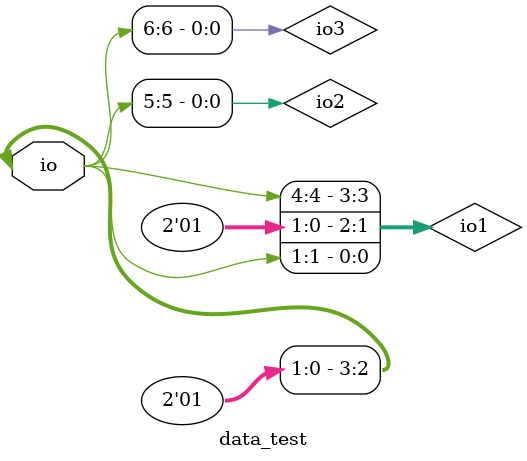
<source format=v>

module pr3571573;

wire [6:1] top_io;

data_test dut(.io(top_io));

initial begin
  #1 $display("%b", top_io);
end

endmodule

module data_test(inout [6:1] io);

wire [4:1] io1;
wire       io2;
wire       io3;

assign io = {io3, io2, io1};

assign io1[3:2] = 2'b01;

endmodule

</source>
